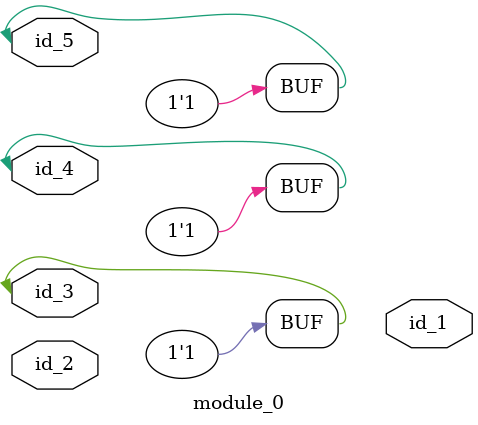
<source format=v>
`timescale 1ps / 1ps
module module_0 (
    id_1,
    id_2,
    id_3,
    id_4,
    id_5
);
  input id_5;
  input id_4;
  inout id_3;
  input id_2;
  output id_1;
  assign id_3 = id_5;
  assign id_3 = id_4;
  assign id_3 = 1;
  assign id_3 = 1;
endmodule

</source>
